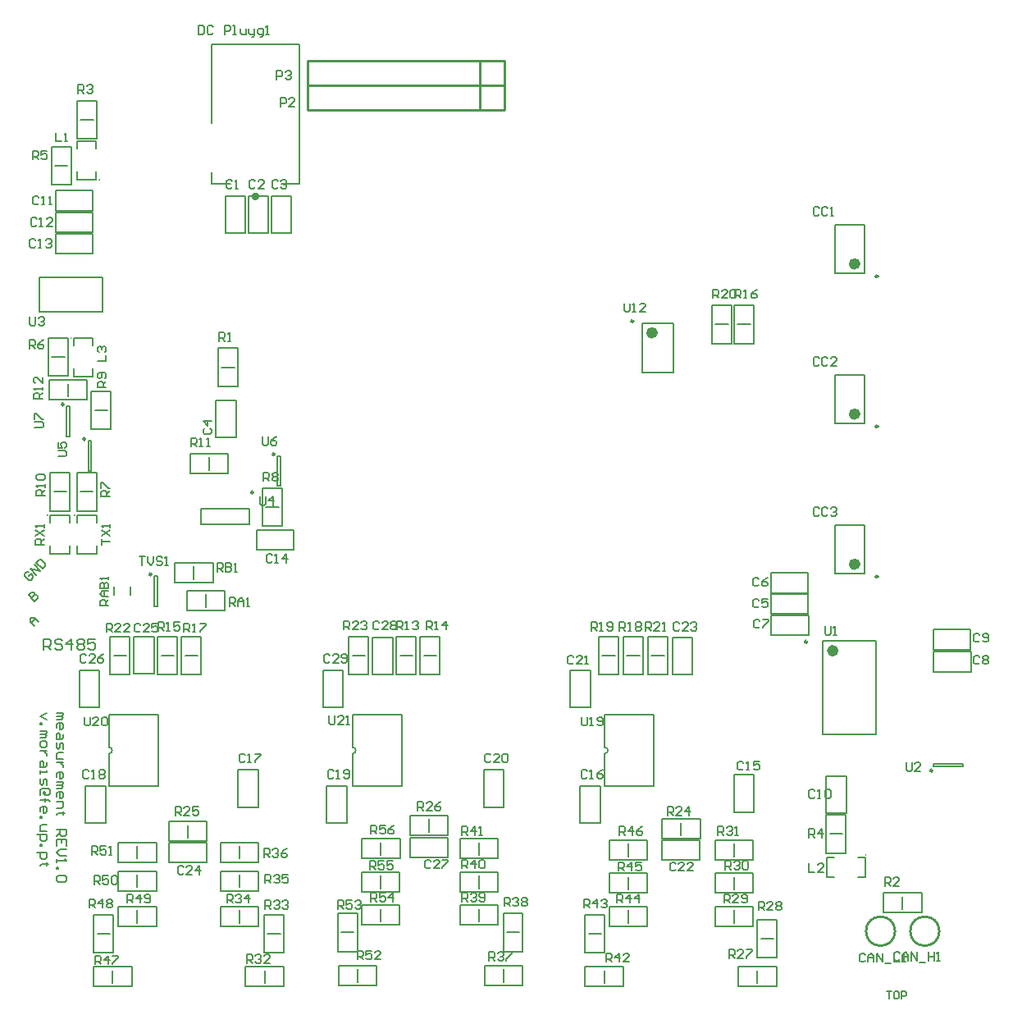
<source format=gbr>
G04 Layer_Color=65535*
%FSLAX26Y26*%
%MOIN*%
%TF.FileFunction,Legend,Top*%
%TF.Part,Single*%
G01*
G75*
%TA.AperFunction,NonConductor*%
%ADD65C,0.010000*%
%ADD66C,0.007874*%
%ADD67C,0.007000*%
%ADD68C,0.007500*%
%ADD69C,0.006000*%
%ADD111C,0.005905*%
%ADD112C,0.009842*%
%ADD113C,0.015748*%
%ADD114C,0.023622*%
%ADD115C,0.005000*%
%ADD116C,0.008000*%
D65*
X3474055Y245000D02*
G03*
X3474055Y245000I-59055J0D01*
G01*
X3654055D02*
G03*
X3654055Y245000I-59055J0D01*
G01*
X1786000Y3680000D02*
Y3780000D01*
X1086000D02*
X1886000D01*
X1086000Y3680000D02*
Y3780000D01*
Y3680000D02*
X1886000D01*
Y3780000D01*
X1786000Y3580000D02*
Y3680000D01*
X1086000D02*
X1886000D01*
X1086000Y3580000D02*
Y3680000D01*
Y3580000D02*
X1886000D01*
Y3680000D01*
D66*
X2295000Y967067D02*
G03*
X2295000Y992067I0J12500D01*
G01*
X1270000Y967067D02*
G03*
X1270000Y992067I0J12500D01*
G01*
X280000Y967067D02*
G03*
X280000Y992067I0J12500D01*
G01*
X222409Y2361000D02*
X273591D01*
X163409Y2030000D02*
X214591D01*
X151630Y1935740D02*
X230370D01*
X151630Y1778260D02*
X230370D01*
X151630D02*
Y1809756D01*
X230370Y1778260D02*
Y1809756D01*
X151630Y1904244D02*
Y1935740D01*
X230370Y1904244D02*
Y1935740D01*
X40630D02*
X119370D01*
X40630Y1778260D02*
X119370D01*
X40630D02*
Y1809756D01*
X119370Y1778260D02*
Y1809756D01*
X40630Y1904244D02*
Y1935740D01*
X119370Y1904244D02*
Y1935740D01*
X55409Y2030000D02*
X106591D01*
X207906Y2115976D02*
Y2238024D01*
X196095Y2115976D02*
Y2238024D01*
Y2115976D02*
X207906D01*
X196095Y2238024D02*
X207906D01*
X119906Y2255976D02*
Y2378024D01*
X108095Y2255976D02*
Y2378024D01*
Y2255976D02*
X119906D01*
X108095Y2378024D02*
X119906D01*
X114000Y2417409D02*
Y2468591D01*
X60409Y3354000D02*
X111591D01*
X148630Y3298260D02*
X227370D01*
X148630Y3455740D02*
X227370D01*
Y3424244D02*
Y3455740D01*
X148630Y3424244D02*
Y3455740D01*
X227370Y3298260D02*
Y3329756D01*
X148630Y3298260D02*
Y3329756D01*
X652575Y1962496D02*
X849425D01*
X652575Y1899504D02*
X849425D01*
Y1962496D01*
X652575Y1899504D02*
Y1962496D01*
X625000Y1675409D02*
Y1726591D01*
X674000Y1562409D02*
Y1613591D01*
X368464Y1612252D02*
Y1643748D01*
X301535Y1612252D02*
Y1643748D01*
X48409Y2577000D02*
X99591D01*
X135630Y2655740D02*
X214370D01*
X135630Y2498260D02*
X214370D01*
X135630D02*
Y2529756D01*
X214370Y2498260D02*
Y2529756D01*
X135630Y2624244D02*
Y2655740D01*
X214370Y2624244D02*
Y2655740D01*
X475906Y1565976D02*
Y1688024D01*
X464095Y1565976D02*
Y1688024D01*
Y1565976D02*
X475906D01*
X464095Y1688024D02*
X475906D01*
X917409Y1967000D02*
X968591D01*
X976906Y2053976D02*
Y2176024D01*
X965095Y2053976D02*
Y2176024D01*
Y2053976D02*
X976906D01*
X965095Y2176024D02*
X976906D01*
X686000Y2119409D02*
Y2170591D01*
X3181732Y1046024D02*
X3398268D01*
X3181732Y1423976D02*
X3398268D01*
Y1046024D02*
Y1423976D01*
X3181732Y1046024D02*
Y1423976D01*
X3209409Y640000D02*
X3260591D01*
X3353740Y465630D02*
Y544370D01*
X3196260Y465630D02*
Y544370D01*
X3227756D01*
X3196260Y465630D02*
X3227756D01*
X3322244Y544370D02*
X3353740D01*
X3322244Y465630D02*
X3353740D01*
X3628976Y925906D02*
X3751024D01*
X3628976Y914095D02*
X3751024D01*
Y925906D01*
X3628976Y914095D02*
Y925906D01*
X164409Y3542000D02*
X215591D01*
X737409Y2536000D02*
X788591D01*
X3505000Y334409D02*
Y385591D01*
X2484050Y1365000D02*
X2535231D01*
X2384230D02*
X2435411D01*
X2284409Y1365000D02*
X2335591D01*
X2295000Y833307D02*
X2495000D01*
Y1125827D01*
X2295000D02*
X2495000D01*
X2295000Y992067D02*
Y1125827D01*
Y833307D02*
Y967067D01*
X1270000Y833307D02*
X1470000D01*
Y1125827D01*
X1270000D02*
X1470000D01*
X1270000Y992067D02*
Y1125827D01*
Y833307D02*
Y967067D01*
X589409Y1365000D02*
X640590D01*
X492743Y1365000D02*
X543924D01*
X600000Y624409D02*
Y675591D01*
X810000Y540476D02*
Y591658D01*
X810000Y423342D02*
Y474524D01*
X395000Y540476D02*
Y591658D01*
X395000Y423342D02*
Y474524D01*
X395000Y279409D02*
Y330591D01*
X810000Y279409D02*
Y330591D01*
X924272Y235000D02*
X975453D01*
X912461Y34409D02*
Y85591D01*
X231870Y235000D02*
X283051D01*
X294862Y34409D02*
Y85591D01*
X1269409Y1365000D02*
X1320591D01*
X1559409Y1365000D02*
X1610590D01*
X1462743Y1365000D02*
X1513924D01*
X299409D02*
X350591D01*
X280000Y833307D02*
X480000D01*
Y1125827D01*
X280000D02*
X480000D01*
X280000Y992067D02*
Y1125827D01*
Y833307D02*
Y967067D01*
X2390000Y549409D02*
Y600591D01*
X2390000Y414409D02*
Y465591D01*
X2390000Y279409D02*
Y330591D01*
X2229409Y235000D02*
X2280591D01*
X2292401Y34409D02*
Y85591D01*
X2820000Y549409D02*
Y600591D01*
X2820000Y414409D02*
Y465591D01*
X2820000Y279409D02*
Y330591D01*
X2928780Y215000D02*
X2979961D01*
X2915000Y34409D02*
Y85591D01*
X2605000Y634409D02*
Y685591D01*
X1289370Y39409D02*
Y90591D01*
X1223779Y240000D02*
X1274961D01*
X1384370Y284409D02*
Y335591D01*
X1384370Y419409D02*
Y470591D01*
X1385000Y554409D02*
Y605591D01*
X1884370Y39409D02*
Y90591D01*
X1896181Y240000D02*
X1947362D01*
X1784370Y554409D02*
Y605591D01*
X1784370Y419409D02*
Y470591D01*
X1784370Y284409D02*
Y335591D01*
X1579370Y649409D02*
Y700591D01*
X2447008Y2514606D02*
X2572992D01*
X2447008Y2715394D02*
X2572992D01*
Y2514606D02*
Y2715394D01*
X2447008Y2514606D02*
Y2715394D01*
X2744409Y2710000D02*
X2795591D01*
X2834409D02*
X2885591D01*
X3230945Y3113425D02*
X3349055D01*
X3230945Y2916575D02*
X3349055D01*
X3230945D02*
Y3113425D01*
X3349055Y2916575D02*
Y3113425D01*
X3230945Y2503425D02*
X3349055D01*
X3230945Y2306575D02*
X3349055D01*
X3230945D02*
Y2503425D01*
X3349055Y2306575D02*
Y2503425D01*
X3230945Y1893425D02*
X3349055D01*
X3230945Y1696575D02*
X3349055D01*
X3230945D02*
Y1893425D01*
X3349055Y1696575D02*
Y1893425D01*
D67*
X-47708Y1610387D02*
X-22967Y1585646D01*
X-10597Y1598017D01*
X-10596Y1606264D01*
X-14720Y1610387D01*
X-22967D01*
X-35337Y1598017D01*
X-22967Y1610387D01*
Y1618634D01*
X-27090Y1622757D01*
X-35337D01*
X-47708Y1610387D01*
X-22967Y1485646D02*
X-39461Y1502140D01*
Y1518634D01*
X-22967D01*
X-6473Y1502140D01*
X-18843Y1514511D01*
X-35337Y1498017D01*
X-45123Y1704724D02*
X-53370D01*
X-61617Y1696477D01*
Y1688230D01*
X-45123Y1671736D01*
X-36877D01*
X-28630Y1679983D01*
X-28630Y1688230D01*
X-36877Y1696477D01*
X-45123Y1688230D01*
X-16259Y1692354D02*
X-41000Y1717095D01*
X235Y1708848D01*
X-24506Y1733588D01*
X-16259Y1741835D02*
X8482Y1717095D01*
X20852Y1729465D01*
X20852Y1737712D01*
X4358Y1754206D01*
X-3889D01*
X-16259Y1741835D01*
X268000Y2455000D02*
X233011D01*
Y2472494D01*
X238843Y2478326D01*
X250506D01*
X256337Y2472494D01*
Y2455000D01*
Y2466663D02*
X268000Y2478326D01*
X262169Y2489989D02*
X268000Y2495820D01*
Y2507483D01*
X262169Y2513314D01*
X238843D01*
X233011Y2507483D01*
Y2495820D01*
X238843Y2489989D01*
X244674D01*
X250506Y2495820D01*
Y2513314D01*
X282000Y2010000D02*
X247011D01*
Y2027494D01*
X252843Y2033326D01*
X264506D01*
X270337Y2027494D01*
Y2010000D01*
Y2021663D02*
X282000Y2033326D01*
X247011Y2044989D02*
Y2068314D01*
X252843D01*
X276169Y2044989D01*
X282000D01*
X250011Y1816000D02*
Y1839326D01*
Y1827663D01*
X285000D01*
X250011Y1850989D02*
X285000Y1874314D01*
X250011D02*
X285000Y1850989D01*
Y1885977D02*
Y1897640D01*
Y1891809D01*
X250011D01*
X255843Y1885977D01*
X16000Y1816000D02*
X-18989D01*
Y1833494D01*
X-13157Y1839326D01*
X-1494D01*
X4337Y1833494D01*
Y1816000D01*
Y1827663D02*
X16000Y1839326D01*
X-18989Y1850989D02*
X16000Y1874314D01*
X-18989D02*
X16000Y1850989D01*
Y1885977D02*
Y1897640D01*
Y1891809D01*
X-18989D01*
X-13157Y1885977D01*
X19000Y2014000D02*
X-15989D01*
Y2031494D01*
X-10157Y2037326D01*
X1506D01*
X7337Y2031494D01*
Y2014000D01*
Y2025663D02*
X19000Y2037326D01*
Y2048989D02*
Y2060652D01*
Y2054820D01*
X-15989D01*
X-10157Y2048989D01*
Y2078146D02*
X-15989Y2083977D01*
Y2095640D01*
X-10157Y2101472D01*
X13169D01*
X19000Y2095640D01*
Y2083977D01*
X13169Y2078146D01*
X-10157D01*
X72011Y2173000D02*
X101169D01*
X107000Y2178831D01*
Y2190494D01*
X101169Y2196326D01*
X72011D01*
Y2231314D02*
Y2207989D01*
X89506D01*
X83674Y2219652D01*
Y2225483D01*
X89506Y2231314D01*
X101169D01*
X107000Y2225483D01*
Y2213820D01*
X101169Y2207989D01*
X-22989Y2290000D02*
X6169D01*
X12000Y2295831D01*
Y2307494D01*
X6169Y2313326D01*
X-22989D01*
Y2324989D02*
Y2348314D01*
X-17157D01*
X6169Y2324989D01*
X12000D01*
X10000Y2408000D02*
X-24989D01*
Y2425494D01*
X-19157Y2431326D01*
X-7494D01*
X-1663Y2425494D01*
Y2408000D01*
Y2419663D02*
X10000Y2431326D01*
Y2442989D02*
Y2454652D01*
Y2448820D01*
X-24989D01*
X-19157Y2442989D01*
X10000Y2495472D02*
Y2472146D01*
X-13326Y2495472D01*
X-19157D01*
X-24989Y2489640D01*
Y2477977D01*
X-19157Y2472146D01*
X-30000Y3380000D02*
Y3414989D01*
X-12506D01*
X-6674Y3409157D01*
Y3397494D01*
X-12506Y3391663D01*
X-30000D01*
X-18337D02*
X-6674Y3380000D01*
X28314Y3414989D02*
X4989D01*
Y3397494D01*
X16652Y3403326D01*
X22483D01*
X28314Y3397494D01*
Y3385831D01*
X22483Y3380000D01*
X10820D01*
X4989Y3385831D01*
X64000Y3487989D02*
Y3453000D01*
X87326D01*
X98989D02*
X110652D01*
X104820D01*
Y3487989D01*
X98989Y3482157D01*
X943326Y1771157D02*
X937494Y1776989D01*
X925831D01*
X920000Y1771157D01*
Y1747831D01*
X925831Y1742000D01*
X937494D01*
X943326Y1747831D01*
X954989Y1742000D02*
X966652D01*
X960820D01*
Y1776989D01*
X954989Y1771157D01*
X1001640Y1742000D02*
Y1776989D01*
X984146Y1759494D01*
X1007472D01*
X893000Y2010989D02*
Y1981831D01*
X898831Y1976000D01*
X910494D01*
X916326Y1981831D01*
Y2010989D01*
X945483Y1976000D02*
Y2010989D01*
X927989Y1993494D01*
X951314D01*
X719000Y1706000D02*
Y1740989D01*
X736494D01*
X742326Y1735157D01*
Y1723494D01*
X736494Y1717663D01*
X719000D01*
X730663D02*
X742326Y1706000D01*
X753989Y1740989D02*
Y1706000D01*
X771483D01*
X777314Y1711831D01*
Y1717663D01*
X771483Y1723494D01*
X753989D01*
X771483D01*
X777314Y1729326D01*
Y1735157D01*
X771483Y1740989D01*
X753989D01*
X788977Y1706000D02*
X800640D01*
X794809D01*
Y1740989D01*
X788977Y1735157D01*
X769000Y1566000D02*
Y1600989D01*
X786494D01*
X792326Y1595157D01*
Y1583494D01*
X786494Y1577663D01*
X769000D01*
X780663D02*
X792326Y1566000D01*
X803989D02*
Y1589326D01*
X815652Y1600989D01*
X827314Y1589326D01*
Y1566000D01*
Y1583494D01*
X803989D01*
X838977Y1566000D02*
X850640D01*
X844809D01*
Y1600989D01*
X838977Y1595157D01*
X278000Y1568000D02*
X243011D01*
Y1585494D01*
X248843Y1591326D01*
X260506D01*
X266337Y1585494D01*
Y1568000D01*
Y1579663D02*
X278000Y1591326D01*
Y1602989D02*
X254674D01*
X243011Y1614652D01*
X254674Y1626314D01*
X278000D01*
X260506D01*
Y1602989D01*
X243011Y1637977D02*
X278000D01*
Y1655472D01*
X272169Y1661303D01*
X266337D01*
X260506Y1655472D01*
Y1637977D01*
Y1655472D01*
X254674Y1661303D01*
X248843D01*
X243011Y1655472D01*
Y1637977D01*
X278000Y1672966D02*
Y1684629D01*
Y1678797D01*
X243011D01*
X248843Y1672966D01*
X-44000Y2612000D02*
Y2646989D01*
X-26506D01*
X-20674Y2641157D01*
Y2629494D01*
X-26506Y2623663D01*
X-44000D01*
X-32337D02*
X-20674Y2612000D01*
X14315Y2646989D02*
X2652Y2641157D01*
X-9011Y2629494D01*
Y2617831D01*
X-3180Y2612000D01*
X8483D01*
X14315Y2617831D01*
Y2623663D01*
X8483Y2629494D01*
X-9011D01*
X233011Y2562000D02*
X268000D01*
Y2585326D01*
X238843Y2596989D02*
X233011Y2602820D01*
Y2614483D01*
X238843Y2620314D01*
X244674D01*
X250506Y2614483D01*
Y2608652D01*
Y2614483D01*
X256337Y2620314D01*
X262169D01*
X268000Y2614483D01*
Y2602820D01*
X262169Y2596989D01*
X-18674Y3051157D02*
X-24506Y3056989D01*
X-36169D01*
X-42000Y3051157D01*
Y3027831D01*
X-36169Y3022000D01*
X-24506D01*
X-18674Y3027831D01*
X-7011Y3022000D02*
X4652D01*
X-1180D01*
Y3056989D01*
X-7011Y3051157D01*
X22146D02*
X27977Y3056989D01*
X39640D01*
X45472Y3051157D01*
Y3045326D01*
X39640Y3039494D01*
X33809D01*
X39640D01*
X45472Y3033663D01*
Y3027831D01*
X39640Y3022000D01*
X27977D01*
X22146Y3027831D01*
X-42000Y2739989D02*
Y2710831D01*
X-36169Y2705000D01*
X-24506D01*
X-18674Y2710831D01*
Y2739989D01*
X-7011Y2734157D02*
X-1180Y2739989D01*
X10483D01*
X16314Y2734157D01*
Y2728326D01*
X10483Y2722494D01*
X4652D01*
X10483D01*
X16314Y2716663D01*
Y2710831D01*
X10483Y2705000D01*
X-1180D01*
X-7011Y2710831D01*
X-14674Y3137157D02*
X-20506Y3142989D01*
X-32169D01*
X-38000Y3137157D01*
Y3113831D01*
X-32169Y3108000D01*
X-20506D01*
X-14674Y3113831D01*
X-3011Y3108000D02*
X8652D01*
X2820D01*
Y3142989D01*
X-3011Y3137157D01*
X49472Y3108000D02*
X26146D01*
X49472Y3131326D01*
Y3137157D01*
X43640Y3142989D01*
X31977D01*
X26146Y3137157D01*
X-5674Y3226157D02*
X-11506Y3231989D01*
X-23169D01*
X-29000Y3226157D01*
Y3202831D01*
X-23169Y3197000D01*
X-11506D01*
X-5674Y3202831D01*
X5989Y3197000D02*
X17652D01*
X11820D01*
Y3231989D01*
X5989Y3226157D01*
X35146Y3197000D02*
X46809D01*
X40977D01*
Y3231989D01*
X35146Y3226157D01*
X780279Y3290661D02*
X774447Y3296492D01*
X762784D01*
X756953Y3290661D01*
Y3267335D01*
X762784Y3261504D01*
X774447D01*
X780279Y3267335D01*
X791941Y3261504D02*
X803604D01*
X797773D01*
Y3296492D01*
X791941Y3290661D01*
X874279D02*
X868447Y3296492D01*
X856784D01*
X850953Y3290661D01*
Y3267335D01*
X856784Y3261504D01*
X868447D01*
X874279Y3267335D01*
X909267Y3261504D02*
X885941D01*
X909267Y3284830D01*
Y3290661D01*
X903436Y3296492D01*
X891773D01*
X885941Y3290661D01*
X966279D02*
X960447Y3296492D01*
X948784D01*
X942953Y3290661D01*
Y3267335D01*
X948784Y3261504D01*
X960447D01*
X966279Y3267335D01*
X977941Y3290661D02*
X983773Y3296492D01*
X995436D01*
X1001267Y3290661D01*
Y3284830D01*
X995436Y3278998D01*
X989604D01*
X995436D01*
X1001267Y3273167D01*
Y3267335D01*
X995436Y3261504D01*
X983773D01*
X977941Y3267335D01*
X643953Y3924492D02*
Y3889504D01*
X661447D01*
X667279Y3895335D01*
Y3918661D01*
X661447Y3924492D01*
X643953D01*
X702267Y3918661D02*
X696436Y3924492D01*
X684773D01*
X678941Y3918661D01*
Y3895335D01*
X684773Y3889504D01*
X696436D01*
X702267Y3895335D01*
X748919Y3889504D02*
Y3924492D01*
X766413D01*
X772245Y3918661D01*
Y3906998D01*
X766413Y3901167D01*
X748919D01*
X783908Y3889504D02*
X795570D01*
X789739D01*
Y3924492D01*
X783908D01*
X813065Y3912830D02*
Y3895335D01*
X818896Y3889504D01*
X836390D01*
Y3912830D01*
X848053D02*
Y3895335D01*
X853885Y3889504D01*
X871379D01*
Y3883672D01*
X865548Y3877841D01*
X859716D01*
X871379Y3889504D02*
Y3912830D01*
X894705Y3877841D02*
X900536D01*
X906368Y3883672D01*
Y3912830D01*
X888874D01*
X883042Y3906998D01*
Y3895335D01*
X888874Y3889504D01*
X906368D01*
X918031D02*
X929694D01*
X923862D01*
Y3924492D01*
X918031Y3918661D01*
X402000Y1766989D02*
X425326D01*
X413663D01*
Y1732000D01*
X436989Y1766989D02*
Y1743663D01*
X448652Y1732000D01*
X460315Y1743663D01*
Y1766989D01*
X495303Y1761157D02*
X489472Y1766989D01*
X477809D01*
X471977Y1761157D01*
Y1755326D01*
X477809Y1749494D01*
X489472D01*
X495303Y1743663D01*
Y1737831D01*
X489472Y1732000D01*
X477809D01*
X471977Y1737831D01*
X506966Y1732000D02*
X518629D01*
X512798D01*
Y1766989D01*
X506966Y1761157D01*
X907953Y2073504D02*
Y2108492D01*
X925447D01*
X931279Y2102661D01*
Y2090998D01*
X925447Y2085167D01*
X907953D01*
X919616D02*
X931279Y2073504D01*
X942941Y2102661D02*
X948773Y2108492D01*
X960436D01*
X966267Y2102661D01*
Y2096830D01*
X960436Y2090998D01*
X966267Y2085167D01*
Y2079335D01*
X960436Y2073504D01*
X948773D01*
X942941Y2079335D01*
Y2085167D01*
X948773Y2090998D01*
X942941Y2096830D01*
Y2102661D01*
X948773Y2090998D02*
X960436D01*
X902953Y2254492D02*
Y2225335D01*
X908784Y2219504D01*
X920447D01*
X926279Y2225335D01*
Y2254492D01*
X961267D02*
X949604Y2248661D01*
X937941Y2236998D01*
Y2225335D01*
X943773Y2219504D01*
X955436D01*
X961267Y2225335D01*
Y2231167D01*
X955436Y2236998D01*
X937941D01*
X613000Y2214000D02*
Y2248989D01*
X630494D01*
X636326Y2243157D01*
Y2231494D01*
X630494Y2225663D01*
X613000D01*
X624663D02*
X636326Y2214000D01*
X647989D02*
X659652D01*
X653820D01*
Y2248989D01*
X647989Y2243157D01*
X677146Y2214000D02*
X688809D01*
X682977D01*
Y2248989D01*
X677146Y2243157D01*
X3520000Y929989D02*
Y900831D01*
X3525831Y895000D01*
X3537494D01*
X3543326Y900831D01*
Y929989D01*
X3578314Y895000D02*
X3554989D01*
X3578314Y918326D01*
Y924157D01*
X3572483Y929989D01*
X3560820D01*
X3554989Y924157D01*
X3189000Y1483989D02*
Y1454831D01*
X3194831Y1449000D01*
X3206494D01*
X3212326Y1454831D01*
Y1483989D01*
X3223989Y1449000D02*
X3235652D01*
X3229820D01*
Y1483989D01*
X3223989Y1478157D01*
X3431953Y429504D02*
Y464493D01*
X3449447D01*
X3455278Y458661D01*
Y446998D01*
X3449447Y441167D01*
X3431953D01*
X3443616D02*
X3455278Y429504D01*
X3490267D02*
X3466941D01*
X3490267Y452830D01*
Y458661D01*
X3484436Y464493D01*
X3472773D01*
X3466941Y458661D01*
X727953Y2642504D02*
Y2677492D01*
X745447D01*
X751279Y2671661D01*
Y2659998D01*
X745447Y2654167D01*
X727953D01*
X739616D02*
X751279Y2642504D01*
X762941D02*
X774604D01*
X768773D01*
Y2677492D01*
X762941Y2671661D01*
X3125000Y625000D02*
Y659989D01*
X3142494D01*
X3148326Y654157D01*
Y642494D01*
X3142494Y636663D01*
X3125000D01*
X3136663D02*
X3148326Y625000D01*
X3177483D02*
Y659989D01*
X3159989Y642494D01*
X3183314D01*
X154953Y3648504D02*
Y3683492D01*
X172447D01*
X178279Y3677661D01*
Y3665998D01*
X172447Y3660167D01*
X154953D01*
X166616D02*
X178279Y3648504D01*
X189941Y3677661D02*
X195773Y3683492D01*
X207436D01*
X213267Y3677661D01*
Y3671830D01*
X207436Y3665998D01*
X201604D01*
X207436D01*
X213267Y3660167D01*
Y3654335D01*
X207436Y3648504D01*
X195773D01*
X189941Y3654335D01*
X3125000Y519989D02*
Y485000D01*
X3148326D01*
X3183314D02*
X3159989D01*
X3183314Y508326D01*
Y514157D01*
X3177483Y519989D01*
X3165820D01*
X3159989Y514157D01*
X3353326Y149157D02*
X3347494Y154989D01*
X3335831D01*
X3330000Y149157D01*
Y125831D01*
X3335831Y120000D01*
X3347494D01*
X3353326Y125831D01*
X3364989Y120000D02*
Y143326D01*
X3376652Y154989D01*
X3388314Y143326D01*
Y120000D01*
Y137494D01*
X3364989D01*
X3399977Y120000D02*
Y154989D01*
X3423303Y120000D01*
Y154989D01*
X3434966Y114169D02*
X3458292D01*
X3469955Y154989D02*
Y120000D01*
X3493281D01*
X3504943D02*
X3516606D01*
X3510775D01*
Y154989D01*
X3504943Y149157D01*
X3493326Y154157D02*
X3487494Y159989D01*
X3475831D01*
X3470000Y154157D01*
Y130831D01*
X3475831Y125000D01*
X3487494D01*
X3493326Y130831D01*
X3504989Y125000D02*
Y148326D01*
X3516652Y159989D01*
X3528314Y148326D01*
Y125000D01*
Y142494D01*
X3504989D01*
X3539977Y125000D02*
Y159989D01*
X3563303Y125000D01*
Y159989D01*
X3574966Y119169D02*
X3598292D01*
X3609955Y159989D02*
Y125000D01*
Y142494D01*
X3633281D01*
Y159989D01*
Y125000D01*
X3644943D02*
X3656606D01*
X3650775D01*
Y159989D01*
X3644943Y154157D01*
X3148326Y814157D02*
X3142494Y819989D01*
X3130831D01*
X3125000Y814157D01*
Y790831D01*
X3130831Y785000D01*
X3142494D01*
X3148326Y790831D01*
X3159989Y785000D02*
X3171652D01*
X3165820D01*
Y819989D01*
X3159989Y814157D01*
X3189146D02*
X3194977Y819989D01*
X3206640D01*
X3212472Y814157D01*
Y790831D01*
X3206640Y785000D01*
X3194977D01*
X3189146Y790831D01*
Y814157D01*
X3818326Y1449157D02*
X3812494Y1454989D01*
X3800831D01*
X3795000Y1449157D01*
Y1425831D01*
X3800831Y1420000D01*
X3812494D01*
X3818326Y1425831D01*
X3829989D02*
X3835820Y1420000D01*
X3847483D01*
X3853314Y1425831D01*
Y1449157D01*
X3847483Y1454989D01*
X3835820D01*
X3829989Y1449157D01*
Y1443326D01*
X3835820Y1437494D01*
X3853314D01*
X3818326Y1359157D02*
X3812494Y1364989D01*
X3800831D01*
X3795000Y1359157D01*
Y1335831D01*
X3800831Y1330000D01*
X3812494D01*
X3818326Y1335831D01*
X3829989Y1359157D02*
X3835820Y1364989D01*
X3847483D01*
X3853314Y1359157D01*
Y1353326D01*
X3847483Y1347494D01*
X3853314Y1341663D01*
Y1335831D01*
X3847483Y1330000D01*
X3835820D01*
X3829989Y1335831D01*
Y1341663D01*
X3835820Y1347494D01*
X3829989Y1353326D01*
Y1359157D01*
X3835820Y1347494D02*
X3847483D01*
X2924326Y1506157D02*
X2918494Y1511989D01*
X2906831D01*
X2901000Y1506157D01*
Y1482831D01*
X2906831Y1477000D01*
X2918494D01*
X2924326Y1482831D01*
X2935989Y1511989D02*
X2959314D01*
Y1506157D01*
X2935989Y1482831D01*
Y1477000D01*
X2920326Y1676157D02*
X2914494Y1681989D01*
X2902831D01*
X2897000Y1676157D01*
Y1652831D01*
X2902831Y1647000D01*
X2914494D01*
X2920326Y1652831D01*
X2955314Y1681989D02*
X2943652Y1676157D01*
X2931989Y1664494D01*
Y1652831D01*
X2937820Y1647000D01*
X2949483D01*
X2955314Y1652831D01*
Y1658663D01*
X2949483Y1664494D01*
X2931989D01*
X2921326Y1589157D02*
X2915494Y1594989D01*
X2903831D01*
X2898000Y1589157D01*
Y1565831D01*
X2903831Y1560000D01*
X2915494D01*
X2921326Y1565831D01*
X2956314Y1594989D02*
X2932989D01*
Y1577494D01*
X2944652Y1583326D01*
X2950483D01*
X2956314Y1577494D01*
Y1565831D01*
X2950483Y1560000D01*
X2938820D01*
X2932989Y1565831D01*
X667843Y2287326D02*
X662011Y2281494D01*
Y2269831D01*
X667843Y2264000D01*
X691169D01*
X697000Y2269831D01*
Y2281494D01*
X691169Y2287326D01*
X697000Y2316483D02*
X662011D01*
X679506Y2298989D01*
Y2322314D01*
X2372953Y2795492D02*
Y2766335D01*
X2378784Y2760504D01*
X2390447D01*
X2396278Y2766335D01*
Y2795492D01*
X2407941Y2760504D02*
X2419604D01*
X2413773D01*
Y2795492D01*
X2407941Y2789661D01*
X2460424Y2760504D02*
X2437099D01*
X2460424Y2783830D01*
Y2789661D01*
X2454593Y2795492D01*
X2442930D01*
X2437099Y2789661D01*
X2734953Y2816504D02*
Y2851492D01*
X2752447D01*
X2758278Y2845661D01*
Y2833998D01*
X2752447Y2828167D01*
X2734953D01*
X2746616D02*
X2758278Y2816504D01*
X2793267D02*
X2769941D01*
X2793267Y2839830D01*
Y2845661D01*
X2787436Y2851492D01*
X2775773D01*
X2769941Y2845661D01*
X2804930D02*
X2810762Y2851492D01*
X2822424D01*
X2828256Y2845661D01*
Y2822335D01*
X2822424Y2816504D01*
X2810762D01*
X2804930Y2822335D01*
Y2845661D01*
X2824953Y2816504D02*
Y2851492D01*
X2842447D01*
X2848278Y2845661D01*
Y2833998D01*
X2842447Y2828167D01*
X2824953D01*
X2836616D02*
X2848278Y2816504D01*
X2859941D02*
X2871604D01*
X2865773D01*
Y2851492D01*
X2859941Y2845661D01*
X2912424Y2851492D02*
X2900762Y2845661D01*
X2889099Y2833998D01*
Y2822335D01*
X2894930Y2816504D01*
X2906593D01*
X2912424Y2822335D01*
Y2828167D01*
X2906593Y2833998D01*
X2889099D01*
X180000Y1114989D02*
Y1085831D01*
X185831Y1080000D01*
X197494D01*
X203326Y1085831D01*
Y1114989D01*
X238315Y1080000D02*
X214989D01*
X238315Y1103326D01*
Y1109157D01*
X232483Y1114989D01*
X220820D01*
X214989Y1109157D01*
X249977D02*
X255809Y1114989D01*
X267472D01*
X273303Y1109157D01*
Y1085831D01*
X267472Y1080000D01*
X255809D01*
X249977Y1085831D01*
Y1109157D01*
X187279Y1364661D02*
X181447Y1370493D01*
X169784D01*
X163953Y1364661D01*
Y1341335D01*
X169784Y1335504D01*
X181447D01*
X187279Y1341335D01*
X222267Y1335504D02*
X198941D01*
X222267Y1358830D01*
Y1364661D01*
X216436Y1370493D01*
X204773D01*
X198941Y1364661D01*
X257256Y1370493D02*
X245593Y1364661D01*
X233930Y1352998D01*
Y1341335D01*
X239762Y1335504D01*
X251424D01*
X257256Y1341335D01*
Y1347167D01*
X251424Y1352998D01*
X233930D01*
X2200000Y1114989D02*
Y1085831D01*
X2205831Y1080000D01*
X2217494D01*
X2223326Y1085831D01*
Y1114989D01*
X2234989Y1080000D02*
X2246652D01*
X2240820D01*
Y1114989D01*
X2234989Y1109157D01*
X2264146Y1085831D02*
X2269977Y1080000D01*
X2281640D01*
X2287472Y1085831D01*
Y1109157D01*
X2281640Y1114989D01*
X2269977D01*
X2264146Y1109157D01*
Y1103326D01*
X2269977Y1097494D01*
X2287472D01*
X2355000Y635000D02*
Y669989D01*
X2372494D01*
X2378326Y664157D01*
Y652494D01*
X2372494Y646663D01*
X2355000D01*
X2366663D02*
X2378326Y635000D01*
X2407483D02*
Y669989D01*
X2389989Y652494D01*
X2413314D01*
X2448303Y669989D02*
X2436640Y664157D01*
X2424977Y652494D01*
Y640831D01*
X2430809Y635000D01*
X2442472D01*
X2448303Y640831D01*
Y646663D01*
X2442472Y652494D01*
X2424977D01*
X2350000Y490000D02*
Y524989D01*
X2367494D01*
X2373326Y519157D01*
Y507494D01*
X2367494Y501663D01*
X2350000D01*
X2361663D02*
X2373326Y490000D01*
X2402483D02*
Y524989D01*
X2384989Y507494D01*
X2408314D01*
X2443303Y524989D02*
X2419977D01*
Y507494D01*
X2431640Y513326D01*
X2437472D01*
X2443303Y507494D01*
Y495831D01*
X2437472Y490000D01*
X2425809D01*
X2419977Y495831D01*
X2345000Y360000D02*
Y394989D01*
X2362494D01*
X2368326Y389157D01*
Y377494D01*
X2362494Y371663D01*
X2345000D01*
X2356663D02*
X2368326Y360000D01*
X2397483D02*
Y394989D01*
X2379989Y377494D01*
X2403314D01*
X2432472Y360000D02*
Y394989D01*
X2414977Y377494D01*
X2438303D01*
X2210000Y340000D02*
Y374989D01*
X2227494D01*
X2233326Y369157D01*
Y357494D01*
X2227494Y351663D01*
X2210000D01*
X2221663D02*
X2233326Y340000D01*
X2262483D02*
Y374989D01*
X2244989Y357494D01*
X2268314D01*
X2279977Y369157D02*
X2285809Y374989D01*
X2297472D01*
X2303303Y369157D01*
Y363326D01*
X2297472Y357494D01*
X2291640D01*
X2297472D01*
X2303303Y351663D01*
Y345831D01*
X2297472Y340000D01*
X2285809D01*
X2279977Y345831D01*
X2300000Y120000D02*
Y154989D01*
X2317494D01*
X2323326Y149157D01*
Y137494D01*
X2317494Y131663D01*
X2300000D01*
X2311663D02*
X2323326Y120000D01*
X2352483D02*
Y154989D01*
X2334989Y137494D01*
X2358314D01*
X2393303Y120000D02*
X2369977D01*
X2393303Y143326D01*
Y149157D01*
X2387472Y154989D01*
X2375809D01*
X2369977Y149157D01*
X2755000Y635000D02*
Y669989D01*
X2772494D01*
X2778326Y664157D01*
Y652494D01*
X2772494Y646663D01*
X2755000D01*
X2766663D02*
X2778326Y635000D01*
X2789989Y664157D02*
X2795820Y669989D01*
X2807483D01*
X2813314Y664157D01*
Y658326D01*
X2807483Y652494D01*
X2801652D01*
X2807483D01*
X2813314Y646663D01*
Y640831D01*
X2807483Y635000D01*
X2795820D01*
X2789989Y640831D01*
X2824977Y635000D02*
X2836640D01*
X2830809D01*
Y669989D01*
X2824977Y664157D01*
X2785000Y495000D02*
Y529989D01*
X2802494D01*
X2808326Y524157D01*
Y512494D01*
X2802494Y506663D01*
X2785000D01*
X2796663D02*
X2808326Y495000D01*
X2819989Y524157D02*
X2825820Y529989D01*
X2837483D01*
X2843314Y524157D01*
Y518326D01*
X2837483Y512494D01*
X2831652D01*
X2837483D01*
X2843314Y506663D01*
Y500831D01*
X2837483Y495000D01*
X2825820D01*
X2819989Y500831D01*
X2854977Y524157D02*
X2860809Y529989D01*
X2872472D01*
X2878303Y524157D01*
Y500831D01*
X2872472Y495000D01*
X2860809D01*
X2854977Y500831D01*
Y524157D01*
X2780000Y360000D02*
Y394989D01*
X2797494D01*
X2803326Y389157D01*
Y377494D01*
X2797494Y371663D01*
X2780000D01*
X2791663D02*
X2803326Y360000D01*
X2838314D02*
X2814989D01*
X2838314Y383326D01*
Y389157D01*
X2832483Y394989D01*
X2820820D01*
X2814989Y389157D01*
X2849977Y365831D02*
X2855809Y360000D01*
X2867472D01*
X2873303Y365831D01*
Y389157D01*
X2867472Y394989D01*
X2855809D01*
X2849977Y389157D01*
Y383326D01*
X2855809Y377494D01*
X2873303D01*
X2920000Y330000D02*
Y364989D01*
X2937494D01*
X2943326Y359157D01*
Y347494D01*
X2937494Y341663D01*
X2920000D01*
X2931663D02*
X2943326Y330000D01*
X2978314D02*
X2954989D01*
X2978314Y353326D01*
Y359157D01*
X2972483Y364989D01*
X2960820D01*
X2954989Y359157D01*
X2989977D02*
X2995809Y364989D01*
X3007472D01*
X3013303Y359157D01*
Y353326D01*
X3007472Y347494D01*
X3013303Y341663D01*
Y335831D01*
X3007472Y330000D01*
X2995809D01*
X2989977Y335831D01*
Y341663D01*
X2995809Y347494D01*
X2989977Y353326D01*
Y359157D01*
X2995809Y347494D02*
X3007472D01*
X2800000Y135000D02*
Y169989D01*
X2817494D01*
X2823326Y164157D01*
Y152494D01*
X2817494Y146663D01*
X2800000D01*
X2811663D02*
X2823326Y135000D01*
X2858314D02*
X2834989D01*
X2858314Y158326D01*
Y164157D01*
X2852483Y169989D01*
X2840820D01*
X2834989Y164157D01*
X2869977Y169989D02*
X2893303D01*
Y164157D01*
X2869977Y140831D01*
Y135000D01*
X2550000Y715000D02*
Y749989D01*
X2567494D01*
X2573326Y744157D01*
Y732494D01*
X2567494Y726663D01*
X2550000D01*
X2561663D02*
X2573326Y715000D01*
X2608314D02*
X2584989D01*
X2608314Y738326D01*
Y744157D01*
X2602483Y749989D01*
X2590820D01*
X2584989Y744157D01*
X2637472Y715000D02*
Y749989D01*
X2619977Y732494D01*
X2643303D01*
X2460000Y1465000D02*
Y1499989D01*
X2477494D01*
X2483326Y1494157D01*
Y1482494D01*
X2477494Y1476663D01*
X2460000D01*
X2471663D02*
X2483326Y1465000D01*
X2518314D02*
X2494989D01*
X2518314Y1488326D01*
Y1494157D01*
X2512483Y1499989D01*
X2500820D01*
X2494989Y1494157D01*
X2529977Y1465000D02*
X2541640D01*
X2535809D01*
Y1499989D01*
X2529977Y1494157D01*
X2168326Y1359157D02*
X2162494Y1364989D01*
X2150831D01*
X2145000Y1359157D01*
Y1335831D01*
X2150831Y1330000D01*
X2162494D01*
X2168326Y1335831D01*
X2203314Y1330000D02*
X2179989D01*
X2203314Y1353326D01*
Y1359157D01*
X2197483Y1364989D01*
X2185820D01*
X2179989Y1359157D01*
X2214977Y1330000D02*
X2226640D01*
X2220809D01*
Y1364989D01*
X2214977Y1359157D01*
X2598326Y1494157D02*
X2592494Y1499989D01*
X2580831D01*
X2575000Y1494157D01*
Y1470831D01*
X2580831Y1465000D01*
X2592494D01*
X2598326Y1470831D01*
X2633314Y1465000D02*
X2609989D01*
X2633314Y1488326D01*
Y1494157D01*
X2627483Y1499989D01*
X2615820D01*
X2609989Y1494157D01*
X2644977D02*
X2650809Y1499989D01*
X2662472D01*
X2668303Y1494157D01*
Y1488326D01*
X2662472Y1482494D01*
X2656640D01*
X2662472D01*
X2668303Y1476663D01*
Y1470831D01*
X2662472Y1465000D01*
X2650809D01*
X2644977Y1470831D01*
X2583326Y519157D02*
X2577494Y524989D01*
X2565831D01*
X2560000Y519157D01*
Y495831D01*
X2565831Y490000D01*
X2577494D01*
X2583326Y495831D01*
X2618314Y490000D02*
X2594989D01*
X2618314Y513326D01*
Y519157D01*
X2612483Y524989D01*
X2600820D01*
X2594989Y519157D01*
X2653303Y490000D02*
X2629977D01*
X2653303Y513326D01*
Y519157D01*
X2647472Y524989D01*
X2635809D01*
X2629977Y519157D01*
X2222278Y894661D02*
X2216447Y900492D01*
X2204784D01*
X2198953Y894661D01*
Y871335D01*
X2204784Y865504D01*
X2216447D01*
X2222278Y871335D01*
X2233941Y865504D02*
X2245604D01*
X2239773D01*
Y900492D01*
X2233941Y894661D01*
X2286424Y900492D02*
X2274762Y894661D01*
X2263099Y882998D01*
Y871335D01*
X2268930Y865504D01*
X2280593D01*
X2286424Y871335D01*
Y877167D01*
X2280593Y882998D01*
X2263099D01*
X2858326Y929157D02*
X2852494Y934989D01*
X2840831D01*
X2835000Y929157D01*
Y905831D01*
X2840831Y900000D01*
X2852494D01*
X2858326Y905831D01*
X2869989Y900000D02*
X2881652D01*
X2875820D01*
Y934989D01*
X2869989Y929157D01*
X2922472Y934989D02*
X2899146D01*
Y917494D01*
X2910809Y923326D01*
X2916640D01*
X2922472Y917494D01*
Y905831D01*
X2916640Y900000D01*
X2904977D01*
X2899146Y905831D01*
X832279Y959661D02*
X826447Y965492D01*
X814784D01*
X808953Y959661D01*
Y936335D01*
X814784Y930504D01*
X826447D01*
X832279Y936335D01*
X843941Y930504D02*
X855604D01*
X849773D01*
Y965492D01*
X843941Y959661D01*
X873099Y965492D02*
X896424D01*
Y959661D01*
X873099Y936335D01*
Y930504D01*
X198326Y894157D02*
X192494Y899989D01*
X180831D01*
X175000Y894157D01*
Y870831D01*
X180831Y865000D01*
X192494D01*
X198326Y870831D01*
X209989Y865000D02*
X221652D01*
X215820D01*
Y899989D01*
X209989Y894157D01*
X239146D02*
X244977Y899989D01*
X256640D01*
X262472Y894157D01*
Y888326D01*
X256640Y882494D01*
X262472Y876663D01*
Y870831D01*
X256640Y865000D01*
X244977D01*
X239146Y870831D01*
Y876663D01*
X244977Y882494D01*
X239146Y888326D01*
Y894157D01*
X244977Y882494D02*
X256640D01*
X583326Y504157D02*
X577494Y509989D01*
X565831D01*
X560000Y504157D01*
Y480831D01*
X565831Y475000D01*
X577494D01*
X583326Y480831D01*
X618314Y475000D02*
X594989D01*
X618314Y498326D01*
Y504157D01*
X612483Y509989D01*
X600820D01*
X594989Y504157D01*
X647472Y475000D02*
Y509989D01*
X629977Y492494D01*
X653303D01*
X408326Y1489157D02*
X402494Y1494989D01*
X390831D01*
X385000Y1489157D01*
Y1465831D01*
X390831Y1460000D01*
X402494D01*
X408326Y1465831D01*
X443315Y1460000D02*
X419989D01*
X443315Y1483326D01*
Y1489157D01*
X437483Y1494989D01*
X425820D01*
X419989Y1489157D01*
X478303Y1494989D02*
X454977D01*
Y1477494D01*
X466640Y1483326D01*
X472472D01*
X478303Y1477494D01*
Y1465831D01*
X472472Y1460000D01*
X460809D01*
X454977Y1465831D01*
X270000Y1460000D02*
Y1494989D01*
X287494D01*
X293326Y1489157D01*
Y1477494D01*
X287494Y1471663D01*
X270000D01*
X281663D02*
X293326Y1460000D01*
X328315D02*
X304989D01*
X328315Y1483326D01*
Y1489157D01*
X322483Y1494989D01*
X310820D01*
X304989Y1489157D01*
X363303Y1460000D02*
X339977D01*
X363303Y1483326D01*
Y1489157D01*
X357472Y1494989D01*
X345809D01*
X339977Y1489157D01*
X550000Y715000D02*
Y749989D01*
X567494D01*
X573326Y744157D01*
Y732494D01*
X567494Y726663D01*
X550000D01*
X561663D02*
X573326Y715000D01*
X608314D02*
X584989D01*
X608314Y738326D01*
Y744157D01*
X602483Y749989D01*
X590820D01*
X584989Y744157D01*
X643303Y749989D02*
X619977D01*
Y732494D01*
X631640Y738326D01*
X637472D01*
X643303Y732494D01*
Y720831D01*
X637472Y715000D01*
X625809D01*
X619977Y720831D01*
X840000Y115000D02*
Y149989D01*
X857494D01*
X863326Y144157D01*
Y132494D01*
X857494Y126663D01*
X840000D01*
X851663D02*
X863326Y115000D01*
X874989Y144157D02*
X880820Y149989D01*
X892483D01*
X898314Y144157D01*
Y138326D01*
X892483Y132494D01*
X886652D01*
X892483D01*
X898314Y126663D01*
Y120831D01*
X892483Y115000D01*
X880820D01*
X874989Y120831D01*
X933303Y115000D02*
X909977D01*
X933303Y138326D01*
Y144157D01*
X927472Y149989D01*
X915809D01*
X909977Y144157D01*
X915000Y335000D02*
Y369989D01*
X932494D01*
X938326Y364157D01*
Y352494D01*
X932494Y346663D01*
X915000D01*
X926663D02*
X938326Y335000D01*
X949989Y364157D02*
X955820Y369989D01*
X967483D01*
X973314Y364157D01*
Y358326D01*
X967483Y352494D01*
X961652D01*
X967483D01*
X973314Y346663D01*
Y340831D01*
X967483Y335000D01*
X955820D01*
X949989Y340831D01*
X984977Y364157D02*
X990809Y369989D01*
X1002472D01*
X1008303Y364157D01*
Y358326D01*
X1002472Y352494D01*
X996640D01*
X1002472D01*
X1008303Y346663D01*
Y340831D01*
X1002472Y335000D01*
X990809D01*
X984977Y340831D01*
X760000Y360000D02*
Y394989D01*
X777494D01*
X783326Y389157D01*
Y377494D01*
X777494Y371663D01*
X760000D01*
X771663D02*
X783326Y360000D01*
X794989Y389157D02*
X800820Y394989D01*
X812483D01*
X818314Y389157D01*
Y383326D01*
X812483Y377494D01*
X806652D01*
X812483D01*
X818314Y371663D01*
Y365831D01*
X812483Y360000D01*
X800820D01*
X794989Y365831D01*
X847472Y360000D02*
Y394989D01*
X829977Y377494D01*
X853303D01*
X915000Y440000D02*
Y474989D01*
X932494D01*
X938326Y469157D01*
Y457494D01*
X932494Y451663D01*
X915000D01*
X926663D02*
X938326Y440000D01*
X949989Y469157D02*
X955820Y474989D01*
X967483D01*
X973314Y469157D01*
Y463326D01*
X967483Y457494D01*
X961652D01*
X967483D01*
X973314Y451663D01*
Y445831D01*
X967483Y440000D01*
X955820D01*
X949989Y445831D01*
X1008303Y474989D02*
X984977D01*
Y457494D01*
X996640Y463326D01*
X1002472D01*
X1008303Y457494D01*
Y445831D01*
X1002472Y440000D01*
X990809D01*
X984977Y445831D01*
X910000Y545000D02*
Y579989D01*
X927494D01*
X933326Y574157D01*
Y562494D01*
X927494Y556663D01*
X910000D01*
X921663D02*
X933326Y545000D01*
X944989Y574157D02*
X950820Y579989D01*
X962483D01*
X968314Y574157D01*
Y568326D01*
X962483Y562494D01*
X956652D01*
X962483D01*
X968314Y556663D01*
Y550831D01*
X962483Y545000D01*
X950820D01*
X944989Y550831D01*
X1003303Y579989D02*
X991640Y574157D01*
X979977Y562494D01*
Y550831D01*
X985809Y545000D01*
X997472D01*
X1003303Y550831D01*
Y556663D01*
X997472Y562494D01*
X979977D01*
X225000Y110000D02*
Y144989D01*
X242494D01*
X248326Y139157D01*
Y127494D01*
X242494Y121663D01*
X225000D01*
X236663D02*
X248326Y110000D01*
X277483D02*
Y144989D01*
X259989Y127494D01*
X283315D01*
X294977Y144989D02*
X318303D01*
Y139157D01*
X294977Y115831D01*
Y110000D01*
X200000Y340000D02*
Y374989D01*
X217494D01*
X223326Y369157D01*
Y357494D01*
X217494Y351663D01*
X200000D01*
X211663D02*
X223326Y340000D01*
X252483D02*
Y374989D01*
X234989Y357494D01*
X258315D01*
X269977Y369157D02*
X275809Y374989D01*
X287472D01*
X293303Y369157D01*
Y363326D01*
X287472Y357494D01*
X293303Y351663D01*
Y345831D01*
X287472Y340000D01*
X275809D01*
X269977Y345831D01*
Y351663D01*
X275809Y357494D01*
X269977Y363326D01*
Y369157D01*
X275809Y357494D02*
X287472D01*
X355000Y360000D02*
Y394989D01*
X372494D01*
X378326Y389157D01*
Y377494D01*
X372494Y371663D01*
X355000D01*
X366663D02*
X378326Y360000D01*
X407483D02*
Y394989D01*
X389989Y377494D01*
X413315D01*
X424977Y365831D02*
X430809Y360000D01*
X442472D01*
X448303Y365831D01*
Y389157D01*
X442472Y394989D01*
X430809D01*
X424977Y389157D01*
Y383326D01*
X430809Y377494D01*
X448303D01*
X220000Y435000D02*
Y469989D01*
X237494D01*
X243326Y464157D01*
Y452494D01*
X237494Y446663D01*
X220000D01*
X231663D02*
X243326Y435000D01*
X278315Y469989D02*
X254989D01*
Y452494D01*
X266652Y458326D01*
X272483D01*
X278315Y452494D01*
Y440831D01*
X272483Y435000D01*
X260820D01*
X254989Y440831D01*
X289977Y464157D02*
X295809Y469989D01*
X307472D01*
X313303Y464157D01*
Y440831D01*
X307472Y435000D01*
X295809D01*
X289977Y440831D01*
Y464157D01*
X210000Y555000D02*
Y589989D01*
X227494D01*
X233326Y584157D01*
Y572494D01*
X227494Y566663D01*
X210000D01*
X221663D02*
X233326Y555000D01*
X268315Y589989D02*
X244989D01*
Y572494D01*
X256652Y578326D01*
X262483D01*
X268315Y572494D01*
Y560831D01*
X262483Y555000D01*
X250820D01*
X244989Y560831D01*
X279977Y555000D02*
X291640D01*
X285809D01*
Y589989D01*
X279977Y584157D01*
X1378326Y1499157D02*
X1372494Y1504989D01*
X1360831D01*
X1355000Y1499157D01*
Y1475831D01*
X1360831Y1470000D01*
X1372494D01*
X1378326Y1475831D01*
X1413314Y1470000D02*
X1389989D01*
X1413314Y1493326D01*
Y1499157D01*
X1407483Y1504989D01*
X1395820D01*
X1389989Y1499157D01*
X1424977D02*
X1430809Y1504989D01*
X1442472D01*
X1448303Y1499157D01*
Y1493326D01*
X1442472Y1487494D01*
X1448303Y1481663D01*
Y1475831D01*
X1442472Y1470000D01*
X1430809D01*
X1424977Y1475831D01*
Y1481663D01*
X1430809Y1487494D01*
X1424977Y1493326D01*
Y1499157D01*
X1430809Y1487494D02*
X1442472D01*
X1177278Y1364661D02*
X1171447Y1370493D01*
X1159784D01*
X1153953Y1364661D01*
Y1341335D01*
X1159784Y1335504D01*
X1171447D01*
X1177278Y1341335D01*
X1212267Y1335504D02*
X1188941D01*
X1212267Y1358830D01*
Y1364661D01*
X1206436Y1370493D01*
X1194773D01*
X1188941Y1364661D01*
X1223930Y1341335D02*
X1229762Y1335504D01*
X1241424D01*
X1247256Y1341335D01*
Y1364661D01*
X1241424Y1370493D01*
X1229762D01*
X1223930Y1364661D01*
Y1358830D01*
X1229762Y1352998D01*
X1247256D01*
X1587696Y529157D02*
X1581864Y534989D01*
X1570201D01*
X1564370Y529157D01*
Y505831D01*
X1570201Y500000D01*
X1581864D01*
X1587696Y505831D01*
X1622685Y500000D02*
X1599359D01*
X1622685Y523326D01*
Y529157D01*
X1616853Y534989D01*
X1605190D01*
X1599359Y529157D01*
X1634347Y534989D02*
X1657673D01*
Y529157D01*
X1634347Y505831D01*
Y500000D01*
X1831278Y959661D02*
X1825447Y965492D01*
X1813784D01*
X1807953Y959661D01*
Y936335D01*
X1813784Y930504D01*
X1825447D01*
X1831278Y936335D01*
X1866267Y930504D02*
X1842941D01*
X1866267Y953830D01*
Y959661D01*
X1860436Y965492D01*
X1848773D01*
X1842941Y959661D01*
X1877930D02*
X1883762Y965492D01*
X1895424D01*
X1901256Y959661D01*
Y936335D01*
X1895424Y930504D01*
X1883762D01*
X1877930Y936335D01*
Y959661D01*
X1192278Y894661D02*
X1186447Y900492D01*
X1174784D01*
X1168953Y894661D01*
Y871335D01*
X1174784Y865504D01*
X1186447D01*
X1192278Y871335D01*
X1203941Y865504D02*
X1215604D01*
X1209773D01*
Y900492D01*
X1203941Y894661D01*
X1233099Y871335D02*
X1238930Y865504D01*
X1250593D01*
X1256424Y871335D01*
Y894661D01*
X1250593Y900492D01*
X1238930D01*
X1233099Y894661D01*
Y888830D01*
X1238930Y882998D01*
X1256424D01*
X1289370Y130000D02*
Y164989D01*
X1306864D01*
X1312696Y159157D01*
Y147494D01*
X1306864Y141663D01*
X1289370D01*
X1301033D02*
X1312696Y130000D01*
X1347685Y164989D02*
X1324359D01*
Y147494D01*
X1336022Y153326D01*
X1341853D01*
X1347685Y147494D01*
Y135831D01*
X1341853Y130000D01*
X1330190D01*
X1324359Y135831D01*
X1382673Y130000D02*
X1359347D01*
X1382673Y153326D01*
Y159157D01*
X1376842Y164989D01*
X1365179D01*
X1359347Y159157D01*
X1209370Y335000D02*
Y369989D01*
X1226864D01*
X1232696Y364157D01*
Y352494D01*
X1226864Y346663D01*
X1209370D01*
X1221033D02*
X1232696Y335000D01*
X1267685Y369989D02*
X1244359D01*
Y352494D01*
X1256022Y358326D01*
X1261853D01*
X1267685Y352494D01*
Y340831D01*
X1261853Y335000D01*
X1250190D01*
X1244359Y340831D01*
X1279347Y364157D02*
X1285179Y369989D01*
X1296842D01*
X1302673Y364157D01*
Y358326D01*
X1296842Y352494D01*
X1291010D01*
X1296842D01*
X1302673Y346663D01*
Y340831D01*
X1296842Y335000D01*
X1285179D01*
X1279347Y340831D01*
X1344370Y365000D02*
Y399989D01*
X1361864D01*
X1367696Y394157D01*
Y382494D01*
X1361864Y376663D01*
X1344370D01*
X1356033D02*
X1367696Y365000D01*
X1402685Y399989D02*
X1379359D01*
Y382494D01*
X1391022Y388326D01*
X1396853D01*
X1402685Y382494D01*
Y370831D01*
X1396853Y365000D01*
X1385190D01*
X1379359Y370831D01*
X1431842Y365000D02*
Y399989D01*
X1414347Y382494D01*
X1437673D01*
X1339370Y495000D02*
Y529989D01*
X1356864D01*
X1362696Y524157D01*
Y512494D01*
X1356864Y506663D01*
X1339370D01*
X1351033D02*
X1362696Y495000D01*
X1397685Y529989D02*
X1374359D01*
Y512494D01*
X1386022Y518326D01*
X1391853D01*
X1397685Y512494D01*
Y500831D01*
X1391853Y495000D01*
X1380190D01*
X1374359Y500831D01*
X1432673Y529989D02*
X1409347D01*
Y512494D01*
X1421010Y518326D01*
X1426842D01*
X1432673Y512494D01*
Y500831D01*
X1426842Y495000D01*
X1415179D01*
X1409347Y500831D01*
X1344370Y640000D02*
Y674989D01*
X1361864D01*
X1367696Y669157D01*
Y657494D01*
X1361864Y651663D01*
X1344370D01*
X1356033D02*
X1367696Y640000D01*
X1402685Y674989D02*
X1379359D01*
Y657494D01*
X1391022Y663326D01*
X1396853D01*
X1402685Y657494D01*
Y645831D01*
X1396853Y640000D01*
X1385190D01*
X1379359Y645831D01*
X1437673Y674989D02*
X1426010Y669157D01*
X1414347Y657494D01*
Y645831D01*
X1420179Y640000D01*
X1431842D01*
X1437673Y645831D01*
Y651663D01*
X1431842Y657494D01*
X1414347D01*
X1824370Y125000D02*
Y159989D01*
X1841864D01*
X1847696Y154157D01*
Y142494D01*
X1841864Y136663D01*
X1824370D01*
X1836033D02*
X1847696Y125000D01*
X1859359Y154157D02*
X1865190Y159989D01*
X1876853D01*
X1882685Y154157D01*
Y148326D01*
X1876853Y142494D01*
X1871022D01*
X1876853D01*
X1882685Y136663D01*
Y130831D01*
X1876853Y125000D01*
X1865190D01*
X1859359Y130831D01*
X1894347Y159989D02*
X1917673D01*
Y154157D01*
X1894347Y130831D01*
Y125000D01*
X1885953Y346504D02*
Y381493D01*
X1903447D01*
X1909278Y375661D01*
Y363998D01*
X1903447Y358167D01*
X1885953D01*
X1897616D02*
X1909278Y346504D01*
X1920941Y375661D02*
X1926773Y381493D01*
X1938436D01*
X1944267Y375661D01*
Y369830D01*
X1938436Y363998D01*
X1932604D01*
X1938436D01*
X1944267Y358167D01*
Y352335D01*
X1938436Y346504D01*
X1926773D01*
X1920941Y352335D01*
X1955930Y375661D02*
X1961762Y381493D01*
X1973424D01*
X1979256Y375661D01*
Y369830D01*
X1973424Y363998D01*
X1979256Y358167D01*
Y352335D01*
X1973424Y346504D01*
X1961762D01*
X1955930Y352335D01*
Y358167D01*
X1961762Y363998D01*
X1955930Y369830D01*
Y375661D01*
X1961762Y363998D02*
X1973424D01*
X1714370Y635000D02*
Y669989D01*
X1731864D01*
X1737696Y664157D01*
Y652494D01*
X1731864Y646663D01*
X1714370D01*
X1726033D02*
X1737696Y635000D01*
X1766853D02*
Y669989D01*
X1749359Y652494D01*
X1772685D01*
X1784347Y635000D02*
X1796010D01*
X1790179D01*
Y669989D01*
X1784347Y664157D01*
X1714370Y500000D02*
Y534989D01*
X1731864D01*
X1737696Y529157D01*
Y517494D01*
X1731864Y511663D01*
X1714370D01*
X1726033D02*
X1737696Y500000D01*
X1766853D02*
Y534989D01*
X1749359Y517494D01*
X1772685D01*
X1784347Y529157D02*
X1790179Y534989D01*
X1801842D01*
X1807673Y529157D01*
Y505831D01*
X1801842Y500000D01*
X1790179D01*
X1784347Y505831D01*
Y529157D01*
X1714370Y365000D02*
Y399989D01*
X1731864D01*
X1737696Y394157D01*
Y382494D01*
X1731864Y376663D01*
X1714370D01*
X1726033D02*
X1737696Y365000D01*
X1749359Y394157D02*
X1755190Y399989D01*
X1766853D01*
X1772685Y394157D01*
Y388326D01*
X1766853Y382494D01*
X1761022D01*
X1766853D01*
X1772685Y376663D01*
Y370831D01*
X1766853Y365000D01*
X1755190D01*
X1749359Y370831D01*
X1784347D02*
X1790179Y365000D01*
X1801842D01*
X1807673Y370831D01*
Y394157D01*
X1801842Y399989D01*
X1790179D01*
X1784347Y394157D01*
Y388326D01*
X1790179Y382494D01*
X1807673D01*
X1235000Y1470000D02*
Y1504989D01*
X1252494D01*
X1258326Y1499157D01*
Y1487494D01*
X1252494Y1481663D01*
X1235000D01*
X1246663D02*
X1258326Y1470000D01*
X1293314D02*
X1269989D01*
X1293314Y1493326D01*
Y1499157D01*
X1287483Y1504989D01*
X1275820D01*
X1269989Y1499157D01*
X1304977D02*
X1310809Y1504989D01*
X1322472D01*
X1328303Y1499157D01*
Y1493326D01*
X1322472Y1487494D01*
X1316640D01*
X1322472D01*
X1328303Y1481663D01*
Y1475831D01*
X1322472Y1470000D01*
X1310809D01*
X1304977Y1475831D01*
X1534370Y735000D02*
Y769989D01*
X1551864D01*
X1557696Y764157D01*
Y752494D01*
X1551864Y746663D01*
X1534370D01*
X1546033D02*
X1557696Y735000D01*
X1592685D02*
X1569359D01*
X1592685Y758326D01*
Y764157D01*
X1586853Y769989D01*
X1575190D01*
X1569359Y764157D01*
X1627673Y769989D02*
X1616010Y764157D01*
X1604347Y752494D01*
Y740831D01*
X1610179Y735000D01*
X1621842D01*
X1627673Y740831D01*
Y746663D01*
X1621842Y752494D01*
X1604347D01*
X1175000Y1119989D02*
Y1090831D01*
X1180831Y1085000D01*
X1192494D01*
X1198326Y1090831D01*
Y1119989D01*
X1233314Y1085000D02*
X1209989D01*
X1233314Y1108326D01*
Y1114157D01*
X1227483Y1119989D01*
X1215820D01*
X1209989Y1114157D01*
X1244977Y1085000D02*
X1256640D01*
X1250809D01*
Y1119989D01*
X1244977Y1114157D01*
X1450000Y1470000D02*
Y1504989D01*
X1467494D01*
X1473326Y1499157D01*
Y1487494D01*
X1467494Y1481663D01*
X1450000D01*
X1461663D02*
X1473326Y1470000D01*
X1484989D02*
X1496652D01*
X1490820D01*
Y1504989D01*
X1484989Y1499157D01*
X1514146D02*
X1519977Y1504989D01*
X1531640D01*
X1537472Y1499157D01*
Y1493326D01*
X1531640Y1487494D01*
X1525809D01*
X1531640D01*
X1537472Y1481663D01*
Y1475831D01*
X1531640Y1470000D01*
X1519977D01*
X1514146Y1475831D01*
X1570000Y1470000D02*
Y1504989D01*
X1587494D01*
X1593326Y1499157D01*
Y1487494D01*
X1587494Y1481663D01*
X1570000D01*
X1581663D02*
X1593326Y1470000D01*
X1604989D02*
X1616652D01*
X1610820D01*
Y1504989D01*
X1604989Y1499157D01*
X1651640Y1470000D02*
Y1504989D01*
X1634146Y1487494D01*
X1657472D01*
X480000Y1465000D02*
Y1499989D01*
X497494D01*
X503326Y1494157D01*
Y1482494D01*
X497494Y1476663D01*
X480000D01*
X491663D02*
X503326Y1465000D01*
X514989D02*
X526652D01*
X520820D01*
Y1499989D01*
X514989Y1494157D01*
X567472Y1499989D02*
X544146D01*
Y1482494D01*
X555809Y1488326D01*
X561640D01*
X567472Y1482494D01*
Y1470831D01*
X561640Y1465000D01*
X549977D01*
X544146Y1470831D01*
X585000Y1460000D02*
Y1494989D01*
X602494D01*
X608326Y1489157D01*
Y1477494D01*
X602494Y1471663D01*
X585000D01*
X596663D02*
X608326Y1460000D01*
X619989D02*
X631652D01*
X625820D01*
Y1494989D01*
X619989Y1489157D01*
X649146Y1494989D02*
X672472D01*
Y1489157D01*
X649146Y1465831D01*
Y1460000D01*
X2355000Y1465000D02*
Y1499989D01*
X2372494D01*
X2378326Y1494157D01*
Y1482494D01*
X2372494Y1476663D01*
X2355000D01*
X2366663D02*
X2378326Y1465000D01*
X2389989D02*
X2401652D01*
X2395820D01*
Y1499989D01*
X2389989Y1494157D01*
X2419146D02*
X2424977Y1499989D01*
X2436640D01*
X2442472Y1494157D01*
Y1488326D01*
X2436640Y1482494D01*
X2442472Y1476663D01*
Y1470831D01*
X2436640Y1465000D01*
X2424977D01*
X2419146Y1470831D01*
Y1476663D01*
X2424977Y1482494D01*
X2419146Y1488326D01*
Y1494157D01*
X2424977Y1482494D02*
X2436640D01*
X2240000Y1465000D02*
Y1499989D01*
X2257494D01*
X2263326Y1494157D01*
Y1482494D01*
X2257494Y1476663D01*
X2240000D01*
X2251663D02*
X2263326Y1465000D01*
X2274989D02*
X2286652D01*
X2280820D01*
Y1499989D01*
X2274989Y1494157D01*
X2304146Y1470831D02*
X2309977Y1465000D01*
X2321640D01*
X2327472Y1470831D01*
Y1494157D01*
X2321640Y1499989D01*
X2309977D01*
X2304146Y1494157D01*
Y1488326D01*
X2309977Y1482494D01*
X2327472D01*
X3165278Y3180661D02*
X3159447Y3186492D01*
X3147784D01*
X3141953Y3180661D01*
Y3157335D01*
X3147784Y3151504D01*
X3159447D01*
X3165278Y3157335D01*
X3200267Y3180661D02*
X3194436Y3186492D01*
X3182773D01*
X3176941Y3180661D01*
Y3157335D01*
X3182773Y3151504D01*
X3194436D01*
X3200267Y3157335D01*
X3211930Y3151504D02*
X3223593D01*
X3217762D01*
Y3186492D01*
X3211930Y3180661D01*
X3165278Y2570661D02*
X3159447Y2576492D01*
X3147784D01*
X3141953Y2570661D01*
Y2547335D01*
X3147784Y2541504D01*
X3159447D01*
X3165278Y2547335D01*
X3200267Y2570661D02*
X3194436Y2576492D01*
X3182773D01*
X3176941Y2570661D01*
Y2547335D01*
X3182773Y2541504D01*
X3194436D01*
X3200267Y2547335D01*
X3235256Y2541504D02*
X3211930D01*
X3235256Y2564830D01*
Y2570661D01*
X3229424Y2576492D01*
X3217762D01*
X3211930Y2570661D01*
X3165278Y1960661D02*
X3159447Y1966493D01*
X3147784D01*
X3141953Y1960661D01*
Y1937335D01*
X3147784Y1931504D01*
X3159447D01*
X3165278Y1937335D01*
X3200267Y1960661D02*
X3194436Y1966493D01*
X3182773D01*
X3176941Y1960661D01*
Y1937335D01*
X3182773Y1931504D01*
X3194436D01*
X3200267Y1937335D01*
X3211930Y1960661D02*
X3217762Y1966493D01*
X3229424D01*
X3235256Y1960661D01*
Y1954830D01*
X3229424Y1948998D01*
X3223593D01*
X3229424D01*
X3235256Y1943167D01*
Y1937335D01*
X3229424Y1931504D01*
X3217762D01*
X3211930Y1937335D01*
X961000Y3705000D02*
Y3739989D01*
X978494D01*
X984326Y3734157D01*
Y3722494D01*
X978494Y3716663D01*
X961000D01*
X995989Y3734157D02*
X1001820Y3739989D01*
X1013483D01*
X1019314Y3734157D01*
Y3728326D01*
X1013483Y3722494D01*
X1007652D01*
X1013483D01*
X1019314Y3716663D01*
Y3710831D01*
X1013483Y3705000D01*
X1001820D01*
X995989Y3710831D01*
X976000Y3595000D02*
Y3629989D01*
X993494D01*
X999326Y3624157D01*
Y3612494D01*
X993494Y3606663D01*
X976000D01*
X1034314Y3595000D02*
X1010989D01*
X1034314Y3618326D01*
Y3624157D01*
X1028483Y3629989D01*
X1016820D01*
X1010989Y3624157D01*
D68*
X14557Y1387223D02*
Y1432208D01*
X37050D01*
X44548Y1424711D01*
Y1409715D01*
X37050Y1402218D01*
X14557D01*
X29552D02*
X44548Y1387223D01*
X89533Y1424711D02*
X82035Y1432208D01*
X67040D01*
X59543Y1424711D01*
Y1417213D01*
X67040Y1409715D01*
X82035D01*
X89533Y1402218D01*
Y1394720D01*
X82035Y1387223D01*
X67040D01*
X59543Y1394720D01*
X127021Y1387223D02*
Y1432208D01*
X104528Y1409715D01*
X134519D01*
X149514Y1424711D02*
X157011Y1432208D01*
X172006D01*
X179504Y1424711D01*
Y1417213D01*
X172006Y1409715D01*
X179504Y1402218D01*
Y1394720D01*
X172006Y1387223D01*
X157011D01*
X149514Y1394720D01*
Y1402218D01*
X157011Y1409715D01*
X149514Y1417213D01*
Y1424711D01*
X157011Y1409715D02*
X172006D01*
X224490Y1432208D02*
X194499D01*
Y1409715D01*
X209494Y1417213D01*
X216992D01*
X224490Y1409715D01*
Y1394720D01*
X216992Y1387223D01*
X201997D01*
X194499Y1394720D01*
D69*
X3440000Y-10D02*
X3459994D01*
X3449997D01*
Y-30000D01*
X3484985Y-10D02*
X3474989D01*
X3469990Y-5008D01*
Y-25002D01*
X3474989Y-30000D01*
X3484985D01*
X3489984Y-25002D01*
Y-5008D01*
X3484985Y-10D01*
X3499981Y-30000D02*
Y-10D01*
X3514976D01*
X3519974Y-5008D01*
Y-15005D01*
X3514976Y-20003D01*
X3499981D01*
D111*
X141211Y1935740D02*
G03*
X141211Y1935740I-1392J0D01*
G01*
X30211D02*
G03*
X30211Y1935740I-1392J0D01*
G01*
X240573Y3298260D02*
G03*
X240573Y3298260I-1392J0D01*
G01*
X125211Y2655740D02*
G03*
X125211Y2655740I-1392J0D01*
G01*
X3355132Y556181D02*
G03*
X3355132Y556181I-1392J0D01*
G01*
D112*
X184284Y2244913D02*
G03*
X184284Y2244913I-4921J0D01*
G01*
X96284Y2384913D02*
G03*
X96284Y2384913I-4921J0D01*
G01*
X866354Y2027457D02*
G03*
X866354Y2027457I-4921J0D01*
G01*
X452284Y1694913D02*
G03*
X452284Y1694913I-4921J0D01*
G01*
X953284Y2182913D02*
G03*
X953284Y2182913I-4921J0D01*
G01*
X3116772Y1420433D02*
G03*
X3116772Y1420433I-4921J0D01*
G01*
X3627008Y897362D02*
G03*
X3627008Y897362I-4921J0D01*
G01*
X2410591Y2723465D02*
G03*
X2410591Y2723465I-4921J0D01*
G01*
X3405157Y2905551D02*
G03*
X3405157Y2905551I-4921J0D01*
G01*
Y2295551D02*
G03*
X3405157Y2295551I-4921J0D01*
G01*
Y1685551D02*
G03*
X3405157Y1685551I-4921J0D01*
G01*
D113*
X882874Y3230039D02*
G03*
X882874Y3230039I-7874J0D01*
G01*
D114*
X3232913Y1384606D02*
G03*
X3232913Y1384606I-11811J0D01*
G01*
X2498189Y2676024D02*
G03*
X2498189Y2676024I-11811J0D01*
G01*
X3321496Y2955945D02*
G03*
X3321496Y2955945I-11811J0D01*
G01*
Y2345945D02*
G03*
X3321496Y2345945I-11811J0D01*
G01*
Y1735945D02*
G03*
X3321496Y1735945I-11811J0D01*
G01*
D115*
X208039Y2283638D02*
Y2438362D01*
X287961D01*
Y2283638D02*
Y2438362D01*
X208039Y2283638D02*
X287961D01*
X149039Y1952638D02*
Y2107362D01*
X228961D01*
Y1952638D02*
Y2107362D01*
X149039Y1952638D02*
X228961D01*
X41039D02*
Y2107362D01*
X120961D01*
Y1952638D02*
Y2107362D01*
X41039Y1952638D02*
X120961D01*
X36638Y2482961D02*
X191362D01*
Y2403039D02*
Y2482961D01*
X36638Y2403039D02*
X191362D01*
X36638D02*
Y2482961D01*
X46039Y3276638D02*
Y3431362D01*
X125961D01*
Y3276638D02*
Y3431362D01*
X46039Y3276638D02*
X125961D01*
X879050Y1794500D02*
Y1875500D01*
Y1794500D02*
X1030950D01*
X879050Y1875500D02*
X1030950D01*
Y1794500D02*
Y1875500D01*
X547638Y1740961D02*
X702362D01*
Y1661039D02*
Y1740961D01*
X547638Y1661039D02*
X702362D01*
X547638D02*
Y1740961D01*
X596638Y1627961D02*
X751362D01*
Y1548039D02*
Y1627961D01*
X596638Y1548039D02*
X751362D01*
X596638D02*
Y1627961D01*
X34039Y2499638D02*
Y2654362D01*
X113961D01*
Y2499638D02*
Y2654362D01*
X34039Y2499638D02*
X113961D01*
X62050Y2996500D02*
Y3077500D01*
Y2996500D02*
X213950D01*
X62050Y3077500D02*
X213950D01*
Y2996500D02*
Y3077500D01*
X62050Y3084500D02*
Y3165500D01*
Y3084500D02*
X213950D01*
X62050Y3165500D02*
X213950D01*
Y3084500D02*
Y3165500D01*
X62050Y3172500D02*
Y3253500D01*
Y3172500D02*
X213950D01*
X62050Y3253500D02*
X213950D01*
Y3172500D02*
Y3253500D01*
X752500Y3231950D02*
X833500D01*
X752500Y3080050D02*
Y3231950D01*
X833500Y3080050D02*
Y3231950D01*
X752500Y3080050D02*
X833500D01*
X846500Y3231950D02*
X927500D01*
X846500Y3080050D02*
Y3231950D01*
X927500Y3080050D02*
Y3231950D01*
X846500Y3080050D02*
X927500D01*
X938500Y3231950D02*
X1019500D01*
X938500Y3080050D02*
Y3231950D01*
X1019500Y3080050D02*
Y3231950D01*
X938500Y3080050D02*
X1019500D01*
X697835Y3848150D02*
X1052165D01*
Y3281220D02*
Y3848150D01*
X697835Y3281220D02*
Y3326496D01*
X979331Y3281220D02*
X1052165D01*
X697835Y3527283D02*
Y3848150D01*
Y3281220D02*
X774606D01*
X982961Y1889638D02*
Y2044362D01*
X903039Y1889638D02*
X982961D01*
X903039D02*
Y2044362D01*
X982961D01*
X608638Y2184961D02*
X763362D01*
Y2105039D02*
Y2184961D01*
X608638Y2105039D02*
X763362D01*
X608638D02*
Y2184961D01*
X3121950Y1447500D02*
Y1528500D01*
X2970050D02*
X3121950D01*
X2970050Y1447500D02*
X3121950D01*
X2970050D02*
Y1528500D01*
X3120950Y1619500D02*
Y1700500D01*
X2969050D02*
X3120950D01*
X2969050Y1619500D02*
X3120950D01*
X2969050D02*
Y1700500D01*
X3120950Y1534500D02*
Y1615500D01*
X2969050D02*
X3120950D01*
X2969050Y1534500D02*
X3120950D01*
X2969050D02*
Y1615500D01*
X714500Y2401950D02*
X795500D01*
X714500Y2250050D02*
Y2401950D01*
X795500Y2250050D02*
Y2401950D01*
X714500Y2250050D02*
X795500D01*
X3631452Y1299500D02*
Y1380500D01*
Y1299500D02*
X3783352D01*
X3631452Y1380500D02*
X3783352D01*
Y1299500D02*
Y1380500D01*
X3629050Y1389500D02*
Y1470500D01*
Y1389500D02*
X3780950D01*
X3629050Y1470500D02*
X3780950D01*
Y1389500D02*
Y1470500D01*
X3194500Y724050D02*
X3275500D01*
Y875950D01*
X3194500Y724050D02*
Y875950D01*
X3275500D01*
X3274961Y562638D02*
Y717362D01*
X3195039Y562638D02*
X3274961D01*
X3195039D02*
Y717362D01*
X3274961D01*
X229961Y3464638D02*
Y3619362D01*
X150039Y3464638D02*
X229961D01*
X150039D02*
Y3619362D01*
X229961D01*
X723039Y2458638D02*
Y2613362D01*
X802961D01*
Y2458638D02*
Y2613362D01*
X723039Y2458638D02*
X802961D01*
X3427638Y320039D02*
X3582362D01*
X3427638D02*
Y399961D01*
X3582362D01*
Y320039D02*
Y399961D01*
X2569500Y1439538D02*
X2650500D01*
X2569500Y1287638D02*
Y1439538D01*
X2650500Y1287638D02*
Y1439538D01*
X2569500Y1287638D02*
X2650500D01*
X2469680D02*
Y1442362D01*
X2549601D01*
Y1287638D02*
Y1442362D01*
X2469680Y1287638D02*
X2549601D01*
X2369860D02*
Y1442362D01*
X2449781D01*
Y1287638D02*
Y1442362D01*
X2369860Y1287638D02*
X2449781D01*
X2349961D02*
Y1442362D01*
X2270039Y1287638D02*
X2349961D01*
X2270039D02*
Y1442362D01*
X2349961D01*
X2154500Y1154050D02*
X2235500D01*
Y1305950D01*
X2154500Y1154050D02*
Y1305950D01*
X2235500D01*
X654960Y1287638D02*
Y1442362D01*
X575039Y1287638D02*
X654960D01*
X575039D02*
Y1442362D01*
X654960D01*
X478373Y1287638D02*
Y1442362D01*
X558294D01*
Y1287638D02*
Y1442362D01*
X478373Y1287638D02*
X558294D01*
X381706Y1442362D02*
X462706D01*
X381706Y1290462D02*
Y1442362D01*
X462706Y1290462D02*
Y1442362D01*
X381706Y1290462D02*
X462706D01*
X522638Y610039D02*
X677362D01*
X522638D02*
Y689961D01*
X677362D01*
Y610039D02*
Y689961D01*
X184500Y684050D02*
X265500D01*
Y835950D01*
X184500Y684050D02*
Y835950D01*
X265500D01*
X732638Y526106D02*
X887362D01*
X732638D02*
Y606028D01*
X887362D01*
Y526106D02*
Y606028D01*
X732638Y488894D02*
X887362D01*
Y408973D02*
Y488894D01*
X732638Y408973D02*
X887362D01*
X732638D02*
Y488894D01*
X317638Y606028D02*
X472362D01*
Y526106D02*
Y606028D01*
X317638Y526106D02*
X472362D01*
X317638D02*
Y606028D01*
Y408973D02*
X472362D01*
X317638D02*
Y488894D01*
X472362D01*
Y408973D02*
Y488894D01*
X317638Y344961D02*
X472362D01*
Y265039D02*
Y344961D01*
X317638Y265039D02*
X472362D01*
X317638D02*
Y344961D01*
X732638Y265039D02*
X887362D01*
X732638D02*
Y344961D01*
X887362D01*
Y265039D02*
Y344961D01*
X909902Y157638D02*
Y312362D01*
X989823D01*
Y157638D02*
Y312362D01*
X909902Y157638D02*
X989823D01*
X835098Y99961D02*
X989823D01*
Y20039D02*
Y99961D01*
X835098Y20039D02*
X989823D01*
X835098D02*
Y99961D01*
X217500Y157638D02*
Y312362D01*
X297421D01*
Y157638D02*
Y312362D01*
X217500Y157638D02*
X297421D01*
X217500Y20039D02*
X372224D01*
X217500D02*
Y99961D01*
X372224D01*
Y20039D02*
Y99961D01*
X1255039Y1287638D02*
Y1442362D01*
X1334961D01*
Y1287638D02*
Y1442362D01*
X1255039Y1287638D02*
X1334961D01*
X1351706Y1439538D02*
X1432706D01*
X1351706Y1287638D02*
Y1439538D01*
X1432706Y1287638D02*
Y1439538D01*
X1351706Y1287638D02*
X1432706D01*
X1624960D02*
Y1442362D01*
X1545039Y1287638D02*
X1624960D01*
X1545039D02*
Y1442362D01*
X1624960D01*
X1448373Y1287638D02*
Y1442362D01*
X1528294D01*
Y1287638D02*
Y1442362D01*
X1448373Y1287638D02*
X1528294D01*
X285039D02*
Y1442362D01*
X364961D01*
Y1287638D02*
Y1442362D01*
X285039Y1287638D02*
X364961D01*
X2194500Y684050D02*
X2275500D01*
Y835950D01*
X2194500Y684050D02*
Y835950D01*
X2275500D01*
X1164500Y684050D02*
X1245500D01*
Y835950D01*
X1164500Y684050D02*
Y835950D01*
X1245500D01*
X159500Y1154050D02*
X240500D01*
Y1305950D01*
X159500Y1154050D02*
Y1305950D01*
X240500D01*
X2312638Y614961D02*
X2467362D01*
Y535039D02*
Y614961D01*
X2312638Y535039D02*
X2467362D01*
X2312638D02*
Y614961D01*
Y400039D02*
X2467362D01*
X2312638D02*
Y479961D01*
X2467362D01*
Y400039D02*
Y479961D01*
X2312638Y344961D02*
X2467362D01*
Y265039D02*
Y344961D01*
X2312638Y265039D02*
X2467362D01*
X2312638D02*
Y344961D01*
X2215039Y157638D02*
Y312362D01*
X2294961D01*
Y157638D02*
Y312362D01*
X2215039Y157638D02*
X2294961D01*
X2215039Y20039D02*
X2369764D01*
X2215039D02*
Y99961D01*
X2369764D01*
Y20039D02*
Y99961D01*
X2742638Y535039D02*
X2897362D01*
X2742638D02*
Y614961D01*
X2897362D01*
Y535039D02*
Y614961D01*
X2742638Y479961D02*
X2897362D01*
Y400039D02*
Y479961D01*
X2742638Y400039D02*
X2897362D01*
X2742638D02*
Y479961D01*
Y265039D02*
X2897362D01*
X2742638D02*
Y344961D01*
X2897362D01*
Y265039D02*
Y344961D01*
X2914410Y137638D02*
Y292362D01*
X2994331D01*
Y137638D02*
Y292362D01*
X2914410Y137638D02*
X2994331D01*
X2837638Y99961D02*
X2992362D01*
Y20039D02*
Y99961D01*
X2837638Y20039D02*
X2992362D01*
X2837638D02*
Y99961D01*
X2527638Y620039D02*
X2682362D01*
X2527638D02*
Y699961D01*
X2682362D01*
Y620039D02*
Y699961D01*
X2527638Y535039D02*
Y616039D01*
Y535039D02*
X2679538D01*
X2527638Y616039D02*
X2679538D01*
Y535039D02*
Y616039D01*
X2819500Y729050D02*
X2900500D01*
Y880950D01*
X2819500Y729050D02*
Y880950D01*
X2900500D01*
X804500Y749050D02*
X885500D01*
Y900950D01*
X804500Y749050D02*
Y900950D01*
X885500D01*
X524050Y524500D02*
Y605500D01*
Y524500D02*
X675950D01*
X524050Y605500D02*
X675950D01*
Y524500D02*
Y605500D01*
X1149500Y1154050D02*
X1230500D01*
Y1305950D01*
X1149500Y1154050D02*
Y1305950D01*
X1230500D01*
X1503420Y544500D02*
Y625500D01*
Y544500D02*
X1655320D01*
X1503420Y625500D02*
X1655320D01*
Y544500D02*
Y625500D01*
X1803870Y749050D02*
X1884870D01*
Y900950D01*
X1803870Y749050D02*
Y900950D01*
X1884870D01*
X1212008Y25039D02*
X1366732D01*
X1212008D02*
Y104961D01*
X1366732D01*
Y25039D02*
Y104961D01*
X1209409Y162638D02*
Y317362D01*
X1289331D01*
Y162638D02*
Y317362D01*
X1209409Y162638D02*
X1289331D01*
X1307008Y349961D02*
X1461732D01*
Y270039D02*
Y349961D01*
X1307008Y270039D02*
X1461732D01*
X1307008D02*
Y349961D01*
Y405039D02*
X1461732D01*
X1307008D02*
Y484961D01*
X1461732D01*
Y405039D02*
Y484961D01*
X1307638Y619961D02*
X1462362D01*
Y540039D02*
Y619961D01*
X1307638Y540039D02*
X1462362D01*
X1307638D02*
Y619961D01*
X1807008Y104961D02*
X1961732D01*
Y25039D02*
Y104961D01*
X1807008Y25039D02*
X1961732D01*
X1807008D02*
Y104961D01*
X1881811Y162638D02*
Y317362D01*
X1961732D01*
Y162638D02*
Y317362D01*
X1881811Y162638D02*
X1961732D01*
X1707008Y540039D02*
X1861732D01*
X1707008D02*
Y619961D01*
X1861732D01*
Y540039D02*
Y619961D01*
X1707008Y484961D02*
X1861732D01*
Y405039D02*
Y484961D01*
X1707008Y405039D02*
X1861732D01*
X1707008D02*
Y484961D01*
Y270039D02*
X1861732D01*
X1707008D02*
Y349961D01*
X1861732D01*
Y270039D02*
Y349961D01*
X1502008Y635039D02*
X1656732D01*
X1502008D02*
Y714961D01*
X1656732D01*
Y635039D02*
Y714961D01*
X2730039Y2632638D02*
Y2787362D01*
X2809961D01*
Y2632638D02*
Y2787362D01*
X2730039Y2632638D02*
X2809961D01*
X2820039D02*
Y2787362D01*
X2899961D01*
Y2632638D02*
Y2787362D01*
X2820039Y2632638D02*
X2899961D01*
D116*
X-4016Y2760000D02*
X254016D01*
Y2900000D01*
X-4016D02*
X254016D01*
X-4016Y2760000D02*
Y2900000D01*
X66513Y1131000D02*
X93171D01*
Y1124335D01*
X86507Y1117671D01*
X66513D01*
X86507D01*
X93171Y1111006D01*
X86507Y1104342D01*
X66513D01*
Y1071019D02*
Y1084348D01*
X73178Y1091013D01*
X86507D01*
X93171Y1084348D01*
Y1071019D01*
X86507Y1064355D01*
X79843D01*
Y1091013D01*
X93171Y1044361D02*
Y1031032D01*
X86507Y1024368D01*
X66513D01*
Y1044361D01*
X73178Y1051026D01*
X79843Y1044361D01*
Y1024368D01*
X66513Y1011039D02*
Y991045D01*
X73178Y984381D01*
X79843Y991045D01*
Y1004374D01*
X86507Y1011039D01*
X93171Y1004374D01*
Y984381D01*
Y971052D02*
X73178D01*
X66513Y964387D01*
Y944394D01*
X93171D01*
Y931064D02*
X66513D01*
X79843D01*
X86507Y924400D01*
X93171Y917736D01*
Y911071D01*
X66513Y871084D02*
Y884413D01*
X73178Y891077D01*
X86507D01*
X93171Y884413D01*
Y871084D01*
X86507Y864419D01*
X79843D01*
Y891077D01*
X66513Y851090D02*
X93171D01*
Y844426D01*
X86507Y837761D01*
X66513D01*
X86507D01*
X93171Y831097D01*
X86507Y824432D01*
X66513D01*
Y791110D02*
Y804439D01*
X73178Y811103D01*
X86507D01*
X93171Y804439D01*
Y791110D01*
X86507Y784445D01*
X79843D01*
Y811103D01*
X66513Y771116D02*
X93171D01*
Y751123D01*
X86507Y744458D01*
X66513D01*
X99836Y724465D02*
X93171D01*
Y731129D01*
Y717800D01*
Y724465D01*
X73178D01*
X66513Y717800D01*
Y657819D02*
X106501D01*
Y637826D01*
X99836Y631161D01*
X86507D01*
X79843Y637826D01*
Y657819D01*
Y644490D02*
X66513Y631161D01*
X106501Y591174D02*
Y617832D01*
X66513D01*
Y591174D01*
X86507Y617832D02*
Y604503D01*
X106501Y577845D02*
X79843D01*
X66513Y564516D01*
X79843Y551187D01*
X106501D01*
X66513Y537858D02*
Y524529D01*
Y531193D01*
X106501D01*
X99836Y537858D01*
X66513Y504535D02*
X73178D01*
Y497871D01*
X66513D01*
Y504535D01*
X99836Y471213D02*
X106501Y464548D01*
Y451219D01*
X99836Y444555D01*
X73178D01*
X66513Y451219D01*
Y464548D01*
X73178Y471213D01*
X99836D01*
X25987Y1131000D02*
X-671Y1117671D01*
X25987Y1104342D01*
X-671Y1091013D02*
X5994D01*
Y1084348D01*
X-671D01*
Y1091013D01*
Y1057690D02*
X25987D01*
Y1051026D01*
X19323Y1044361D01*
X-671D01*
X19323D01*
X25987Y1037697D01*
X19323Y1031032D01*
X-671D01*
Y1011039D02*
Y997710D01*
X5994Y991045D01*
X19323D01*
X25987Y997710D01*
Y1011039D01*
X19323Y1017703D01*
X5994D01*
X-671Y1011039D01*
X25987Y977716D02*
X-671D01*
X12658D01*
X19323Y971052D01*
X25987Y964387D01*
Y957723D01*
Y931064D02*
Y917736D01*
X19323Y911071D01*
X-671D01*
Y931064D01*
X5994Y937729D01*
X12658Y931064D01*
Y911071D01*
X-671Y897742D02*
Y884413D01*
Y891077D01*
X25987D01*
Y897742D01*
X-671Y864419D02*
Y844426D01*
X5994Y837761D01*
X12658Y844426D01*
Y857755D01*
X19323Y864419D01*
X25987Y857755D01*
Y837761D01*
X12658Y804439D02*
X19323D01*
Y811103D01*
X12658D01*
Y804439D01*
X19323Y797774D01*
X32652D01*
X39316Y804439D01*
Y817768D01*
X32652Y824432D01*
X5994D01*
X-671Y817768D01*
Y797774D01*
Y777781D02*
X32652D01*
X19323D01*
Y784445D01*
Y771116D01*
Y777781D01*
X32652D01*
X39316Y771116D01*
X-671Y731129D02*
Y744458D01*
X5994Y751122D01*
X19323D01*
X25987Y744458D01*
Y731129D01*
X19323Y724465D01*
X12658D01*
Y751122D01*
X-671Y711135D02*
X5994D01*
Y704471D01*
X-671D01*
Y711135D01*
X25987Y677813D02*
X5994D01*
X-671Y671148D01*
Y651155D01*
X25987D01*
X-14000Y637826D02*
X25987D01*
Y617832D01*
X19323Y611168D01*
X5994D01*
X-671Y617832D01*
Y637826D01*
Y597839D02*
X5994D01*
Y591174D01*
X-671D01*
Y597839D01*
X-14000Y564516D02*
X25987D01*
Y544523D01*
X19323Y537858D01*
X5994D01*
X-671Y544523D01*
Y564516D01*
X32652Y517864D02*
X25987D01*
Y524529D01*
Y511200D01*
Y517864D01*
X5994D01*
X-671Y511200D01*
%TF.MD5,c3792c39c9ed29fc824eb12a7ff731ec*%
M02*

</source>
